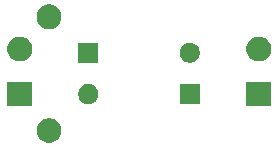
<source format=gbr>
G04 #@! TF.GenerationSoftware,KiCad,Pcbnew,(5.0.1)-3*
G04 #@! TF.CreationDate,2020-05-05T20:51:12+03:00*
G04 #@! TF.ProjectId,VienaTranPastiprinatajs,5669656E615472616E50617374697072,rev?*
G04 #@! TF.SameCoordinates,Original*
G04 #@! TF.FileFunction,Soldermask,Top*
G04 #@! TF.FilePolarity,Negative*
%FSLAX46Y46*%
G04 Gerber Fmt 4.6, Leading zero omitted, Abs format (unit mm)*
G04 Created by KiCad (PCBNEW (5.0.1)-3) date 05-May-20 8:51:12 PM*
%MOMM*%
%LPD*%
G01*
G04 APERTURE LIST*
%ADD10C,0.100000*%
G04 APERTURE END LIST*
D10*
G36*
X88186565Y-53689389D02*
X88377834Y-53768615D01*
X88549976Y-53883637D01*
X88696363Y-54030024D01*
X88811385Y-54202166D01*
X88890611Y-54393435D01*
X88931000Y-54596484D01*
X88931000Y-54803516D01*
X88890611Y-55006565D01*
X88811385Y-55197834D01*
X88696363Y-55369976D01*
X88549976Y-55516363D01*
X88377834Y-55631385D01*
X88186565Y-55710611D01*
X87983516Y-55751000D01*
X87776484Y-55751000D01*
X87573435Y-55710611D01*
X87382166Y-55631385D01*
X87210024Y-55516363D01*
X87063637Y-55369976D01*
X86948615Y-55197834D01*
X86869389Y-55006565D01*
X86829000Y-54803516D01*
X86829000Y-54596484D01*
X86869389Y-54393435D01*
X86948615Y-54202166D01*
X87063637Y-54030024D01*
X87210024Y-53883637D01*
X87382166Y-53768615D01*
X87573435Y-53689389D01*
X87776484Y-53649000D01*
X87983516Y-53649000D01*
X88186565Y-53689389D01*
X88186565Y-53689389D01*
G37*
G36*
X106700490Y-52660490D02*
X104599510Y-52660490D01*
X104599510Y-50559510D01*
X106700490Y-50559510D01*
X106700490Y-52660490D01*
X106700490Y-52660490D01*
G37*
G36*
X86450490Y-52660490D02*
X84349510Y-52660490D01*
X84349510Y-50559510D01*
X86450490Y-50559510D01*
X86450490Y-52660490D01*
X86450490Y-52660490D01*
G37*
G36*
X91458228Y-50801703D02*
X91613100Y-50865853D01*
X91752481Y-50958985D01*
X91871015Y-51077519D01*
X91964147Y-51216900D01*
X92028297Y-51371772D01*
X92061000Y-51536184D01*
X92061000Y-51703816D01*
X92028297Y-51868228D01*
X91964147Y-52023100D01*
X91871015Y-52162481D01*
X91752481Y-52281015D01*
X91613100Y-52374147D01*
X91458228Y-52438297D01*
X91293816Y-52471000D01*
X91126184Y-52471000D01*
X90961772Y-52438297D01*
X90806900Y-52374147D01*
X90667519Y-52281015D01*
X90548985Y-52162481D01*
X90455853Y-52023100D01*
X90391703Y-51868228D01*
X90359000Y-51703816D01*
X90359000Y-51536184D01*
X90391703Y-51371772D01*
X90455853Y-51216900D01*
X90548985Y-51077519D01*
X90667519Y-50958985D01*
X90806900Y-50865853D01*
X90961772Y-50801703D01*
X91126184Y-50769000D01*
X91293816Y-50769000D01*
X91458228Y-50801703D01*
X91458228Y-50801703D01*
G37*
G36*
X100651000Y-52461000D02*
X98949000Y-52461000D01*
X98949000Y-50759000D01*
X100651000Y-50759000D01*
X100651000Y-52461000D01*
X100651000Y-52461000D01*
G37*
G36*
X92061000Y-48971000D02*
X90359000Y-48971000D01*
X90359000Y-47269000D01*
X92061000Y-47269000D01*
X92061000Y-48971000D01*
X92061000Y-48971000D01*
G37*
G36*
X100048228Y-47291703D02*
X100203100Y-47355853D01*
X100342481Y-47448985D01*
X100461015Y-47567519D01*
X100554147Y-47706900D01*
X100618297Y-47861772D01*
X100651000Y-48026184D01*
X100651000Y-48193816D01*
X100618297Y-48358228D01*
X100554147Y-48513100D01*
X100461015Y-48652481D01*
X100342481Y-48771015D01*
X100203100Y-48864147D01*
X100048228Y-48928297D01*
X99883816Y-48961000D01*
X99716184Y-48961000D01*
X99551772Y-48928297D01*
X99396900Y-48864147D01*
X99257519Y-48771015D01*
X99138985Y-48652481D01*
X99045853Y-48513100D01*
X98981703Y-48358228D01*
X98949000Y-48193816D01*
X98949000Y-48026184D01*
X98981703Y-47861772D01*
X99045853Y-47706900D01*
X99138985Y-47567519D01*
X99257519Y-47448985D01*
X99396900Y-47355853D01*
X99551772Y-47291703D01*
X99716184Y-47259000D01*
X99883816Y-47259000D01*
X100048228Y-47291703D01*
X100048228Y-47291703D01*
G37*
G36*
X105956414Y-46789879D02*
X105956416Y-46789880D01*
X105956417Y-46789880D01*
X106147594Y-46869068D01*
X106319651Y-46984033D01*
X106465967Y-47130349D01*
X106580932Y-47302406D01*
X106660121Y-47493586D01*
X106700490Y-47696534D01*
X106700490Y-47903466D01*
X106660121Y-48106414D01*
X106580932Y-48297594D01*
X106465967Y-48469651D01*
X106319651Y-48615967D01*
X106319648Y-48615969D01*
X106147594Y-48730932D01*
X105956417Y-48810120D01*
X105956416Y-48810120D01*
X105956414Y-48810121D01*
X105753466Y-48850490D01*
X105546534Y-48850490D01*
X105343586Y-48810121D01*
X105343584Y-48810120D01*
X105343583Y-48810120D01*
X105152406Y-48730932D01*
X104980352Y-48615969D01*
X104980349Y-48615967D01*
X104834033Y-48469651D01*
X104719068Y-48297594D01*
X104639879Y-48106414D01*
X104599510Y-47903466D01*
X104599510Y-47696534D01*
X104639879Y-47493586D01*
X104719068Y-47302406D01*
X104834033Y-47130349D01*
X104980349Y-46984033D01*
X105152406Y-46869068D01*
X105343583Y-46789880D01*
X105343584Y-46789880D01*
X105343586Y-46789879D01*
X105546534Y-46749510D01*
X105753466Y-46749510D01*
X105956414Y-46789879D01*
X105956414Y-46789879D01*
G37*
G36*
X85706414Y-46789879D02*
X85706416Y-46789880D01*
X85706417Y-46789880D01*
X85897594Y-46869068D01*
X86069651Y-46984033D01*
X86215967Y-47130349D01*
X86330932Y-47302406D01*
X86410121Y-47493586D01*
X86450490Y-47696534D01*
X86450490Y-47903466D01*
X86410121Y-48106414D01*
X86330932Y-48297594D01*
X86215967Y-48469651D01*
X86069651Y-48615967D01*
X86069648Y-48615969D01*
X85897594Y-48730932D01*
X85706417Y-48810120D01*
X85706416Y-48810120D01*
X85706414Y-48810121D01*
X85503466Y-48850490D01*
X85296534Y-48850490D01*
X85093586Y-48810121D01*
X85093584Y-48810120D01*
X85093583Y-48810120D01*
X84902406Y-48730932D01*
X84730352Y-48615969D01*
X84730349Y-48615967D01*
X84584033Y-48469651D01*
X84469068Y-48297594D01*
X84389879Y-48106414D01*
X84349510Y-47903466D01*
X84349510Y-47696534D01*
X84389879Y-47493586D01*
X84469068Y-47302406D01*
X84584033Y-47130349D01*
X84730349Y-46984033D01*
X84902406Y-46869068D01*
X85093583Y-46789880D01*
X85093584Y-46789880D01*
X85093586Y-46789879D01*
X85296534Y-46749510D01*
X85503466Y-46749510D01*
X85706414Y-46789879D01*
X85706414Y-46789879D01*
G37*
G36*
X88186565Y-44049389D02*
X88377834Y-44128615D01*
X88549976Y-44243637D01*
X88696363Y-44390024D01*
X88811385Y-44562166D01*
X88890611Y-44753435D01*
X88931000Y-44956484D01*
X88931000Y-45163516D01*
X88890611Y-45366565D01*
X88811385Y-45557834D01*
X88696363Y-45729976D01*
X88549976Y-45876363D01*
X88377834Y-45991385D01*
X88186565Y-46070611D01*
X87983516Y-46111000D01*
X87776484Y-46111000D01*
X87573435Y-46070611D01*
X87382166Y-45991385D01*
X87210024Y-45876363D01*
X87063637Y-45729976D01*
X86948615Y-45557834D01*
X86869389Y-45366565D01*
X86829000Y-45163516D01*
X86829000Y-44956484D01*
X86869389Y-44753435D01*
X86948615Y-44562166D01*
X87063637Y-44390024D01*
X87210024Y-44243637D01*
X87382166Y-44128615D01*
X87573435Y-44049389D01*
X87776484Y-44009000D01*
X87983516Y-44009000D01*
X88186565Y-44049389D01*
X88186565Y-44049389D01*
G37*
M02*

</source>
